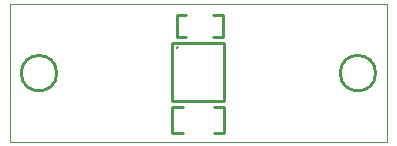
<source format=gto>
G04 Layer_Color=65535*
%FSAX25Y25*%
%MOIN*%
G70*
G01*
G75*
%ADD13C,0.01000*%
%ADD16C,0.00100*%
D13*
X0572835Y0090551D02*
G03*
X0572835Y0090551I-0005906J0000000D01*
G01*
X0679134D02*
G03*
X0679134Y0090551I-0005906J0000000D01*
G01*
X0613097Y0099114D02*
G03*
X0613097Y0099114I-0000105J0000000D01*
G01*
X0612795Y0102756D02*
X0615945D01*
X0612795D02*
Y0109843D01*
X0615945D01*
X0625000Y0102756D02*
X0628150D01*
Y0109843D01*
X0625000D02*
X0628150D01*
X0625197Y0070472D02*
X0628740D01*
Y0079134D01*
X0625197D02*
X0628740D01*
X0611417Y0070472D02*
X0614961D01*
X0611417D02*
Y0079134D01*
X0614961D01*
X0611417Y0081102D02*
X0628445D01*
X0611417D02*
Y0100689D01*
X0628445Y0081102D02*
Y0100689D01*
X0611417D02*
X0628445D01*
X0611417D02*
X0619931D01*
D16*
X0557136Y0067471D02*
X0683022D01*
Y0113632D01*
X0557136D02*
X0683022D01*
X0557136Y0067471D02*
Y0113632D01*
M02*

</source>
